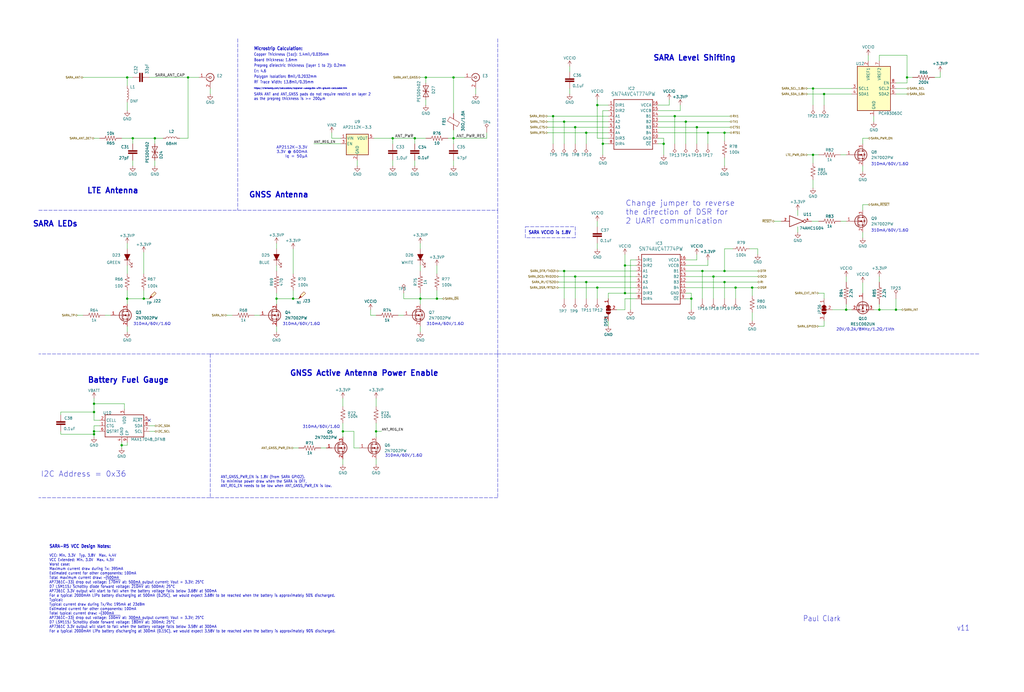
<source format=kicad_sch>
(kicad_sch (version 20211123) (generator eeschema)
  (paper "User" 470.306 317.906)
  (junction (at 58.42 137.16))
  (junction (at 314.96 55.88))
  (junction (at 332.74 129.54))
  (junction (at 208.28 63.5))
  (junction (at 327.66 127))
  (junction (at 195.58 35.56))
  (junction (at 264.16 58.42))
  (junction (at 66.04 137.16))
  (junction (at 322.58 124.46))
  (junction (at 332.74 60.96))
  (junction (at 274.32 132.08))
  (junction (at 190.5 63.5))
  (junction (at 71.12 63.5))
  (junction (at 208.28 35.56))
  (junction (at 55.88 204.47))
  (junction (at 127 137.16))
  (junction (at 259.08 124.46))
  (junction (at 60.96 63.5))
  (junction (at 403.86 142.24))
  (junction (at 411.48 142.24))
  (junction (at 172.72 198.12))
  (junction (at 317.5 137.16))
  (junction (at 180.34 63.5))
  (junction (at 378.46 43.18))
  (junction (at 274.32 48.26))
  (junction (at 309.88 53.34))
  (junction (at 58.42 35.56))
  (junction (at 287.02 134.62))
  (junction (at 373.38 71.12))
  (junction (at 304.8 66.04))
  (junction (at 373.38 40.64))
  (junction (at 134.62 137.16))
  (junction (at 193.04 137.16))
  (junction (at 200.66 137.16))
  (junction (at 269.24 129.54))
  (junction (at 332.74 124.46))
  (junction (at 43.18 199.39))
  (junction (at 388.62 142.24))
  (junction (at 287.02 121.92))
  (junction (at 320.04 58.42))
  (junction (at 264.16 127))
  (junction (at 259.08 55.88))
  (junction (at 325.12 60.96))
  (junction (at 157.48 198.12))
  (junction (at 337.82 132.08))
  (junction (at 43.18 198.12))
  (junction (at 416.56 35.56))
  (junction (at 269.24 60.96))
  (junction (at 43.18 189.23))
  (junction (at 43.18 185.42))
  (junction (at 345.44 132.08))
  (junction (at 254 53.34))
  (junction (at 86.36 35.56))
  (junction (at 276.86 66.04))
  (no_connect (at 68.58 193.04))
  (wire (pts (xy 171.704 63.5) (xy 180.34 63.5)))
  (wire (pts (xy 332.74 60.96) (xy 332.74 64.77)))
  (polyline (pts (xy 228.6 162.56) (xy 228.6 228.6)))
  (wire (pts (xy 264.16 58.42) (xy 251.46 58.42)))
  (wire (pts (xy 127 114.3) (xy 127 111.76)))
  (wire (pts (xy 401.32 53.34) (xy 401.32 55.88)))
  (wire (pts (xy 314.96 121.92) (xy 325.12 121.92)))
  (wire (pts (xy 195.58 48.26) (xy 195.58 45.72)))
  (wire (pts (xy 71.12 76.2) (xy 71.12 73.66)))
  (wire (pts (xy 134.62 114.3) (xy 134.62 125.73)))
  (wire (pts (xy 287.02 121.92) (xy 287.02 116.84)))
  (wire (pts (xy 312.42 50.8) (xy 312.42 48.26)))
  (wire (pts (xy 71.12 66.04) (xy 71.12 63.5)))
  (wire (pts (xy 327.66 127) (xy 347.98 127)))
  (wire (pts (xy 144.145 66.04) (xy 156.464 66.04)))
  (wire (pts (xy 185.42 134.62) (xy 185.42 137.16)))
  (wire (pts (xy 314.96 66.04) (xy 314.96 55.88)))
  (polyline (pts (xy 241.3 104.14) (xy 264.16 104.14)))
  (wire (pts (xy 373.38 40.64) (xy 370.84 40.64)))
  (wire (pts (xy 292.1 127) (xy 264.16 127)))
  (wire (pts (xy 314.96 137.16) (xy 317.5 137.16)))
  (wire (pts (xy 287.02 134.62) (xy 287.02 121.92)))
  (wire (pts (xy 314.96 132.08) (xy 337.82 132.08)))
  (wire (pts (xy 375.92 134.62) (xy 378.46 134.62)))
  (wire (pts (xy 314.96 119.38) (xy 320.04 119.38)))
  (wire (pts (xy 172.72 182.88) (xy 172.72 186.69)))
  (wire (pts (xy 259.08 137.16) (xy 259.08 124.46)))
  (polyline (pts (xy 96.52 228.6) (xy 17.78 228.6)))
  (wire (pts (xy 431.8 35.56) (xy 431.8 33.02)))
  (wire (pts (xy 68.58 35.56) (xy 86.36 35.56)))
  (wire (pts (xy 378.46 147.32) (xy 378.46 149.86)))
  (wire (pts (xy 82.55 63.5) (xy 86.36 63.5)))
  (wire (pts (xy 164.084 73.66) (xy 164.084 76.2)))
  (wire (pts (xy 134.62 137.16) (xy 127 137.16)))
  (wire (pts (xy 276.86 66.04) (xy 276.86 71.12)))
  (wire (pts (xy 378.46 137.16) (xy 378.46 134.62)))
  (wire (pts (xy 274.32 48.26) (xy 274.32 45.72)))
  (wire (pts (xy 172.72 144.78) (xy 170.18 144.78)))
  (wire (pts (xy 190.5 76.2) (xy 190.5 73.66)))
  (wire (pts (xy 314.96 134.62) (xy 317.5 134.62)))
  (wire (pts (xy 378.46 48.26) (xy 378.46 43.18)))
  (wire (pts (xy 396.24 96.52) (xy 396.24 93.98)))
  (wire (pts (xy 332.74 137.16) (xy 332.74 129.54)))
  (polyline (pts (xy 228.6 162.56) (xy 96.52 162.56)))
  (wire (pts (xy 327.66 137.16) (xy 327.66 127)))
  (wire (pts (xy 86.36 63.5) (xy 86.36 35.56)))
  (wire (pts (xy 325.12 66.04) (xy 325.12 60.96)))
  (wire (pts (xy 208.28 63.5) (xy 223.52 63.5)))
  (wire (pts (xy 261.62 33.02) (xy 261.62 30.48)))
  (wire (pts (xy 195.58 38.1) (xy 195.58 35.56)))
  (wire (pts (xy 96.52 40.64) (xy 96.52 43.18)))
  (wire (pts (xy 332.74 129.54) (xy 347.98 129.54)))
  (wire (pts (xy 337.82 132.08) (xy 345.44 132.08)))
  (wire (pts (xy 411.48 142.24) (xy 414.02 142.24)))
  (polyline (pts (xy 109.22 17.78) (xy 109.22 96.52)))
  (wire (pts (xy 388.62 129.54) (xy 388.62 127)))
  (wire (pts (xy 259.08 124.46) (xy 256.54 124.46)))
  (wire (pts (xy 38.1 144.78) (xy 35.56 144.78)))
  (wire (pts (xy 45.72 193.04) (xy 43.18 193.04)))
  (wire (pts (xy 302.26 60.96) (xy 325.12 60.96)))
  (wire (pts (xy 185.42 137.16) (xy 193.04 137.16)))
  (wire (pts (xy 292.1 134.62) (xy 287.02 134.62)))
  (wire (pts (xy 27.94 198.12) (xy 27.94 199.39)))
  (wire (pts (xy 27.94 199.39) (xy 43.18 199.39)))
  (wire (pts (xy 309.88 53.34) (xy 335.28 53.34)))
  (wire (pts (xy 276.86 50.8) (xy 276.86 66.04)))
  (wire (pts (xy 274.32 137.16) (xy 274.32 132.08)))
  (wire (pts (xy 66.04 133.35) (xy 66.04 137.16)))
  (wire (pts (xy 411.48 40.64) (xy 416.56 40.64)))
  (wire (pts (xy 302.26 48.26) (xy 307.34 48.26)))
  (wire (pts (xy 27.94 189.23) (xy 43.18 189.23)))
  (wire (pts (xy 27.94 190.5) (xy 27.94 189.23)))
  (wire (pts (xy 403.86 25.4) (xy 416.56 25.4)))
  (wire (pts (xy 403.86 27.94) (xy 403.86 25.4)))
  (wire (pts (xy 416.56 25.4) (xy 416.56 35.56)))
  (wire (pts (xy 58.42 133.35) (xy 58.42 137.16)))
  (wire (pts (xy 320.04 66.04) (xy 320.04 58.42)))
  (wire (pts (xy 411.48 43.18) (xy 416.56 43.18)))
  (wire (pts (xy 137.16 137.16) (xy 134.62 137.16)))
  (wire (pts (xy 373.38 71.12) (xy 370.84 71.12)))
  (wire (pts (xy 279.4 134.62) (xy 287.02 134.62)))
  (wire (pts (xy 58.42 35.56) (xy 58.42 39.37)))
  (wire (pts (xy 309.88 66.04) (xy 309.88 53.34)))
  (wire (pts (xy 429.26 35.56) (xy 431.8 35.56)))
  (wire (pts (xy 66.04 137.16) (xy 58.42 137.16)))
  (wire (pts (xy 172.72 198.12) (xy 175.26 198.12)))
  (wire (pts (xy 152.4 63.5) (xy 152.4 60.96)))
  (wire (pts (xy 60.96 63.5) (xy 60.96 66.04)))
  (wire (pts (xy 264.16 137.16) (xy 264.16 127)))
  (wire (pts (xy 332.74 124.46) (xy 347.98 124.46)))
  (wire (pts (xy 193.04 139.7) (xy 193.04 137.16)))
  (wire (pts (xy 254 53.34) (xy 251.46 53.34)))
  (wire (pts (xy 43.18 185.42) (xy 57.15 185.42)))
  (wire (pts (xy 57.15 187.96) (xy 57.15 185.42)))
  (wire (pts (xy 314.96 129.54) (xy 332.74 129.54)))
  (wire (pts (xy 180.34 76.2) (xy 180.34 73.66)))
  (wire (pts (xy 58.42 35.56) (xy 38.1 35.56)))
  (wire (pts (xy 373.38 48.26) (xy 373.38 40.64)))
  (wire (pts (xy 403.86 142.24) (xy 411.48 142.24)))
  (polyline (pts (xy 96.52 162.56) (xy 17.78 162.56)))
  (wire (pts (xy 396.24 109.22) (xy 396.24 106.68)))
  (wire (pts (xy 396.24 63.5) (xy 398.78 63.5)))
  (wire (pts (xy 398.78 25.4) (xy 398.78 27.94)))
  (wire (pts (xy 292.1 119.38) (xy 289.56 119.38)))
  (wire (pts (xy 320.04 119.38) (xy 320.04 116.84)))
  (wire (pts (xy 279.4 50.8) (xy 276.86 50.8)))
  (polyline (pts (xy 241.3 109.22) (xy 241.3 104.14)))
  (wire (pts (xy 43.18 182.88) (xy 43.18 185.42)))
  (wire (pts (xy 205.74 63.5) (xy 208.28 63.5)))
  (wire (pts (xy 134.62 133.35) (xy 134.62 137.16)))
  (wire (pts (xy 325.12 60.96) (xy 332.74 60.96)))
  (wire (pts (xy 86.36 35.56) (xy 91.44 35.56)))
  (wire (pts (xy 292.1 124.46) (xy 259.08 124.46)))
  (wire (pts (xy 279.4 63.5) (xy 274.32 63.5)))
  (wire (pts (xy 66.04 115.824) (xy 66.04 125.73)))
  (wire (pts (xy 119.38 144.78) (xy 116.84 144.78)))
  (wire (pts (xy 403.86 139.7) (xy 403.86 142.24)))
  (wire (pts (xy 162.56 198.12) (xy 162.56 205.74)))
  (wire (pts (xy 71.12 63.5) (xy 60.96 63.5)))
  (wire (pts (xy 317.5 134.62) (xy 317.5 137.16)))
  (wire (pts (xy 195.58 63.5) (xy 190.5 63.5)))
  (wire (pts (xy 292.1 129.54) (xy 269.24 129.54)))
  (wire (pts (xy 269.24 137.16) (xy 269.24 129.54)))
  (wire (pts (xy 279.4 55.88) (xy 259.08 55.88)))
  (wire (pts (xy 200.66 133.35) (xy 200.66 137.16)))
  (polyline (pts (xy 228.6 228.6) (xy 96.52 228.6)))
  (wire (pts (xy 58.42 139.7) (xy 58.42 137.16)))
  (wire (pts (xy 345.44 143.51) (xy 345.44 147.32)))
  (wire (pts (xy 332.74 60.96) (xy 335.28 60.96)))
  (wire (pts (xy 193.04 152.4) (xy 193.04 149.86)))
  (wire (pts (xy 193.04 137.16) (xy 193.04 134.62)))
  (wire (pts (xy 279.4 58.42) (xy 264.16 58.42)))
  (wire (pts (xy 208.28 35.56) (xy 195.58 35.56)))
  (wire (pts (xy 279.4 66.04) (xy 276.86 66.04)))
  (wire (pts (xy 388.62 101.6) (xy 386.08 101.6)))
  (wire (pts (xy 274.32 63.5) (xy 274.32 48.26)))
  (wire (pts (xy 259.08 66.04) (xy 259.08 55.88)))
  (wire (pts (xy 347.98 114.3) (xy 347.98 116.84)))
  (wire (pts (xy 55.88 203.2) (xy 55.88 204.47)))
  (wire (pts (xy 55.88 204.47) (xy 55.88 205.74)))
  (wire (pts (xy 279.4 53.34) (xy 254 53.34)))
  (wire (pts (xy 396.24 129.794) (xy 396.24 134.62)))
  (wire (pts (xy 223.52 60.96) (xy 223.52 63.5)))
  (wire (pts (xy 127 139.7) (xy 127 137.16)))
  (polyline (pts (xy 228.6 17.78) (xy 228.6 96.52)))
  (wire (pts (xy 274.32 104.14) (xy 274.32 101.6)))
  (wire (pts (xy 382.27 142.24) (xy 388.62 142.24)))
  (wire (pts (xy 302.26 53.34) (xy 309.88 53.34)))
  (wire (pts (xy 283.21 142.24) (xy 287.02 142.24)))
  (wire (pts (xy 325.12 121.92) (xy 325.12 119.38)))
  (wire (pts (xy 193.04 137.16) (xy 200.66 137.16)))
  (wire (pts (xy 127 137.16) (xy 127 134.62)))
  (wire (pts (xy 58.42 46.99) (xy 58.42 50.8)))
  (wire (pts (xy 185.42 144.78) (xy 182.88 144.78)))
  (wire (pts (xy 172.72 210.82) (xy 172.72 213.36)))
  (wire (pts (xy 269.24 60.96) (xy 251.46 60.96)))
  (wire (pts (xy 149.86 205.74) (xy 147.32 205.74)))
  (wire (pts (xy 190.5 63.5) (xy 180.34 63.5)))
  (wire (pts (xy 366.395 106.68) (xy 366.395 104.14)))
  (wire (pts (xy 322.58 124.46) (xy 332.74 124.46)))
  (wire (pts (xy 180.34 63.5) (xy 180.34 66.04)))
  (wire (pts (xy 172.72 194.31) (xy 172.72 198.12)))
  (wire (pts (xy 68.58 137.16) (xy 66.04 137.16)))
  (wire (pts (xy 355.6 101.6) (xy 358.775 101.6)))
  (wire (pts (xy 332.74 114.3) (xy 332.74 124.46)))
  (wire (pts (xy 345.44 132.08) (xy 347.98 132.08)))
  (wire (pts (xy 45.72 63.5) (xy 43.18 63.5)))
  (wire (pts (xy 375.92 71.12) (xy 373.38 71.12)))
  (wire (pts (xy 68.58 198.12) (xy 71.12 198.12)))
  (wire (pts (xy 320.04 58.42) (xy 335.28 58.42)))
  (wire (pts (xy 378.46 149.86) (xy 375.92 149.86)))
  (wire (pts (xy 307.34 45.72) (xy 307.34 48.26)))
  (wire (pts (xy 411.48 137.16) (xy 411.48 142.24)))
  (wire (pts (xy 269.24 129.54) (xy 256.54 129.54)))
  (wire (pts (xy 401.32 142.24) (xy 403.86 142.24)))
  (wire (pts (xy 314.96 127) (xy 327.66 127)))
  (polyline (pts (xy 264.16 109.22) (xy 241.3 109.22)))
  (wire (pts (xy 322.58 137.16) (xy 322.58 124.46)))
  (wire (pts (xy 332.74 114.3) (xy 336.55 114.3)))
  (wire (pts (xy 274.32 114.3) (xy 274.32 111.76)))
  (wire (pts (xy 378.46 43.18) (xy 391.16 43.18)))
  (wire (pts (xy 264.16 127) (xy 256.54 127)))
  (wire (pts (xy 152.4 63.5) (xy 156.464 63.5)))
  (polyline (pts (xy 96.52 162.56) (xy 96.52 228.6)))
  (wire (pts (xy 304.8 71.12) (xy 304.8 66.04)))
  (wire (pts (xy 269.24 66.04) (xy 269.24 60.96)))
  (wire (pts (xy 378.46 43.18) (xy 370.84 43.18)))
  (wire (pts (xy 279.4 60.96) (xy 269.24 60.96)))
  (wire (pts (xy 388.62 139.7) (xy 388.62 142.24)))
  (wire (pts (xy 373.38 82.55) (xy 373.38 86.36)))
  (wire (pts (xy 314.96 124.46) (xy 322.58 124.46)))
  (wire (pts (xy 172.72 200.66) (xy 172.72 198.12)))
  (wire (pts (xy 337.82 137.16) (xy 337.82 132.08)))
  (wire (pts (xy 289.56 119.38) (xy 289.56 142.24)))
  (wire (pts (xy 195.58 35.56) (xy 193.04 35.56)))
  (wire (pts (xy 60.96 35.56) (xy 58.42 35.56)))
  (wire (pts (xy 157.48 210.82) (xy 157.48 213.36)))
  (wire (pts (xy 50.8 144.78) (xy 48.26 144.78)))
  (wire (pts (xy 208.28 35.56) (xy 208.28 52.07)))
  (wire (pts (xy 373.38 71.12) (xy 373.38 74.93)))
  (wire (pts (xy 208.28 76.2) (xy 208.28 73.66)))
  (wire (pts (xy 411.48 38.1) (xy 416.56 38.1)))
  (wire (pts (xy 416.56 35.56) (xy 419.1 35.56)))
  (wire (pts (xy 279.4 137.16) (xy 279.4 134.62)))
  (wire (pts (xy 208.28 66.04) (xy 208.28 63.5)))
  (polyline (pts (xy 449.58 162.56) (xy 228.6 162.56)))
  (wire (pts (xy 43.18 195.58) (xy 43.18 198.12)))
  (wire (pts (xy 372.745 101.6) (xy 375.92 101.6)))
  (wire (pts (xy 55.88 204.47) (xy 58.42 204.47)))
  (wire (pts (xy 58.42 203.2) (xy 58.42 204.47)))
  (wire (pts (xy 43.18 198.12) (xy 43.18 199.39)))
  (wire (pts (xy 43.18 199.39) (xy 43.18 200.66)))
  (polyline (pts (xy 17.78 96.52) (xy 228.6 96.52)))
  (wire (pts (xy 157.48 198.12) (xy 162.56 198.12)))
  (wire (pts (xy 279.4 147.32) (xy 279.4 149.86)))
  (wire (pts (xy 58.42 152.4) (xy 58.42 149.86)))
  (wire (pts (xy 213.36 35.56) (xy 208.28 35.56)))
  (wire (pts (xy 403.86 129.54) (xy 403.86 127)))
  (wire (pts (xy 193.04 114.3) (xy 193.04 111.76)))
  (wire (pts (xy 200.66 137.16) (xy 203.2 137.16)))
  (wire (pts (xy 304.8 66.04) (xy 302.26 66.04)))
  (wire (pts (xy 71.12 63.5) (xy 74.93 63.5)))
  (wire (pts (xy 127 152.4) (xy 127 149.86)))
  (wire (pts (xy 55.88 63.5) (xy 60.96 63.5)))
  (wire (pts (xy 208.28 59.69) (xy 208.28 63.5)))
  (wire (pts (xy 388.62 142.24) (xy 391.16 142.24)))
  (wire (pts (xy 45.72 198.12) (xy 43.18 198.12)))
  (wire (pts (xy 254 66.04) (xy 254 53.34)))
  (wire (pts (xy 366.395 99.06) (xy 366.395 96.52)))
  (wire (pts (xy 292.1 121.92) (xy 287.02 121.92)))
  (wire (pts (xy 388.62 71.12) (xy 386.08 71.12)))
  (wire (pts (xy 58.42 114.3) (xy 58.42 111.76)))
  (wire (pts (xy 162.56 205.74) (xy 165.1 205.74)))
  (wire (pts (xy 345.44 132.08) (xy 345.44 135.89)))
  (wire (pts (xy 157.48 200.66) (xy 157.48 198.12)))
  (wire (pts (xy 279.4 48.26) (xy 274.32 48.26)))
  (wire (pts (xy 106.68 144.78) (xy 104.14 144.78)))
  (wire (pts (xy 396.24 66.04) (xy 396.24 63.5)))
  (wire (pts (xy 58.42 121.92) (xy 58.42 125.73)))
  (wire (pts (xy 304.8 63.5) (xy 304.8 66.04)))
  (wire (pts (xy 344.17 114.3) (xy 347.98 114.3)))
  (wire (pts (xy 302.26 55.88) (xy 314.96 55.88)))
  (wire (pts (xy 127 124.46) (xy 127 121.92)))
  (wire (pts (xy 170.18 144.78) (xy 170.18 142.24)))
  (wire (pts (xy 292.1 132.08) (xy 274.32 132.08)))
  (wire (pts (xy 157.48 182.88) (xy 157.48 186.69)))
  (wire (pts (xy 261.62 43.18) (xy 261.62 40.64)))
  (wire (pts (xy 190.5 66.04) (xy 190.5 63.5)))
  (wire (pts (xy 264.16 66.04) (xy 264.16 58.42)))
  (wire (pts (xy 218.44 40.64) (xy 218.44 43.18)))
  (polyline (pts (xy 264.16 104.14) (xy 264.16 109.22)))
  (wire (pts (xy 200.66 121.92) (xy 200.66 125.73)))
  (wire (pts (xy 157.48 194.31) (xy 157.48 198.12)))
  (wire (pts (xy 302.26 63.5) (xy 304.8 63.5)))
  (wire (pts (xy 396.24 93.98) (xy 398.78 93.98)))
  (polyline (pts (xy 228.6 96.52) (xy 228.6 162.56)))
  (wire (pts (xy 287.02 137.16) (xy 292.1 137.16)))
  (wire (pts (xy 137.16 205.74) (xy 134.62 205.74)))
  (wire (pts (xy 45.72 195.58) (xy 43.18 195.58)))
  (wire (pts (xy 259.08 55.88) (xy 251.46 55.88)))
  (wire (pts (xy 193.04 124.46) (xy 193.04 121.92)))
  (wire (pts (xy 373.38 40.64) (xy 391.16 40.64)))
  (wire (pts (xy 314.96 55.88) (xy 335.28 55.88)))
  (wire (pts (xy 302.26 58.42) (xy 320.04 58.42)))
  (wire (pts (xy 274.32 132.08) (xy 256.54 132.08)))
  (wire (pts (xy 302.26 50.8) (xy 312.42 50.8)))
  (wire (pts (xy 317.5 137.16) (xy 317.5 142.24)))
  (wire (pts (xy 287.02 142.24) (xy 287.02 137.16)))
  (wire (pts (xy 416.56 38.1) (xy 416.56 35.56)))
  (wire (pts (xy 396.24 78.74) (xy 396.24 76.2)))
  (wire (pts (xy 332.74 72.39) (xy 332.74 76.2)))
  (wire (pts (xy 68.58 195.58) (xy 71.12 195.58)))
  (wire (pts (xy 43.18 185.42) (xy 43.18 189.23)))
  (wire (pts (xy 43.18 189.23) (xy 43.18 193.04)))
  (wire (pts (xy 60.96 76.2) (xy 60.96 73.66)))
  (text "I2C Address = 0x36" (at 58.039 219.329 180) (effects (font (size 2.54 2.54)) (justify right bottom)))
  (text "310mA/60V/1.6Ω" (at 61.214 149.606 0) (effects (font (size 1.27 1.27)) (justify left bottom)))
  (text "Microstrip Calculation:" (at 116.586 23.368 180) (effects (font (size 1.524 1.2954) (thickness 0.2591) bold) (justify left bottom)))
  (text "310mA/60V/1.6Ω" (at 129.794 149.606 0) (effects (font (size 1.27 1.27)) (justify left bottom)))
  (text "Change jumper to reverse\nthe direction of DSR for\n2 UART communication" (at 287.274 103.124 0) (effects (font (size 2.54 2.54)) (justify left bottom)))
  (text "v11" (at 439.42 290.068 180) (effects (font (size 2.54 2.159)) (justify left bottom)))
  (text "SARA-R5 VCC Design Notes:" (at 22.606 251.968 180) (effects (font (size 1.524 1.2954) (thickness 0.2591) bold) (justify left bottom)))
  (text "Prepreg dielectric thickness (layer 1 to 2): 0.2mm" (at 116.586 30.988 0) (effects (font (size 1.27 1.0795)) (justify left bottom)))
  (text "SARA VCCIO is 1.8V" (at 262.255 107.823 180) (effects (font (size 1.524 1.2954) (thickness 0.2591) bold) (justify right bottom)))
  (text "Paul Clark" (at 368.808 285.75 180) (effects (font (size 2.54 2.159)) (justify left bottom)))
  (text "Copper Thickness (1oz): 1.4mil/0.035mm" (at 116.586 25.908 180) (effects (font (size 1.27 1.0795)) (justify left bottom)))
  (text "" (at 45.72 35.56 180) (effects (font (size 2.54 2.159)) (justify left bottom)))
  (text "310mA/60V/1.6Ω" (at 138.938 196.85 0) (effects (font (size 1.27 1.27)) (justify left bottom)))
  (text "LTE Antenna" (at 63.754 89.154 180) (effects (font (size 2.54 2.54) (thickness 0.508) bold) (justify right bottom)))
  (text "20V/0.2A/8MHz/1.2Ω/1Vth" (at 384.048 152.146 0) (effects (font (size 1.27 1.27)) (justify left bottom)))
  (text "310mA/60V/1.6Ω" (at 176.784 210.058 0) (effects (font (size 1.27 1.27)) (justify left bottom)))
  (text "GNSS Antenna" (at 141.859 91.059 180) (effects (font (size 2.54 2.54) (thickness 0.508) bold) (justify right bottom)))
  (text "VCC: Min. 3.3V  Typ. 3.8V  Max. 4.4V\nVCC Extended: Min. 3.0V  Max. 4.5V\nWorst case:\nMaximum current draw during Tx: 395mA\nEstimated current for other components: 100mA\nTotal maximum current draw: ~{500mA\nAP7361C-33} drop out voltage: ~{170mV} at: 500mA output current; Vout = 3.3V; 25°C\nD7 LSM115J Schottky diode forward voltage: ~{210mV} at: 500mA; 25°C\nAP7361C 3.3V output will start to fall when the battery voltage falls below 3.68V at 500mA\nFor a typical 2000mAh LiPo battery discharging at 500mA (0.25C), we would expect 3.68V to be reached when the battery is approximately 50% discharged.\nTypical:\nTypical current draw during Tx/Rx: 195mA at 23dBm\nEstimated current for other components: 100mA\nTotal typical current draw: ~{300mA\nAP7361C-33} drop out voltage: ~{100mV} at: 300mA output current; Vout = 3.3V; 25°C\nD7 LSM115J Schottky diode forward voltage: ~{180mV} at: 300mA; 25°C\nAP7361C 3.3V output will start to fall when the battery voltage falls below 3.58V at 300mA\nFor a typical 2000mAH LiPo battery discharging at 300mA (0.15C), we would expect 3.58V to be reached when the battery is approximately 90% discharged." (at 22.606 254.508 0) (effects (font (size 1.27 1.0795)) (justify left top)))
  (text "310mA/60V/1.6Ω" (at 400.05 106.68 0) (effects (font (size 1.27 1.27)) (justify left bottom)))
  (text "Board thickness: 1.6mm" (at 116.586 28.448 180) (effects (font (size 1.27 1.0795)) (justify left bottom)))
  (text "Polygon Isolation: 8mil/0.2032mm" (at 116.586 36.068 180) (effects (font (size 1.27 1.0795)) (justify left bottom)))
  (text "SARA LEDs" (at 35.814 104.394 180) (effects (font (size 2.54 2.54) (thickness 0.508) bold) (justify right bottom)))
  (text "310mA/60V/1.6Ω" (at 195.834 149.606 0) (effects (font (size 1.27 1.27)) (justify left bottom)))
  (text "SARA Level Shifting" (at 338.074 28.194 180) (effects (font (size 2.54 2.54) (thickness 0.508) bold) (justify right bottom)))
  (text "" (at 73.66 35.56 180) (effects (font (size 2.54 2.159)) (justify left bottom)))
  (text "Er: 4.6" (at 116.586 33.528 180) (effects (font (size 1.27 1.0795)) (justify left bottom)))
  (text "Battery Fuel Gauge" (at 77.724 176.149 180) (effects (font (size 2.54 2.54) (thickness 0.508) bold) (justify right bottom)))
  (text "310mA/60V/1.6Ω" (at 400.05 76.2 0) (effects (font (size 1.27 1.27)) (justify left bottom)))
  (text "GNSS Active Antenna Power Enable" (at 201.549 172.974 180) (effects (font (size 2.54 2.54) (thickness 0.508) bold) (justify right bottom)))
  (text "RF Trace Width: 13.8mil/0.35mm" (at 116.586 38.608 180) (effects (font (size 1.27 1.0795)) (justify left bottom)))
  (text "" (at 198.12 35.56 180) (effects (font (size 2.54 2.159)) (justify left bottom)))
  (text "SARA ANT and ANT_GNSS pads do not require restrict on layer 2\nas the prepreg thickness is >= 200µm" (at 116.586 46.228 0) (effects (font (size 1.27 1.0795)) (justify left bottom)))
  (text "AP2112K-3.3V\n3.3V @ 600mA\nIq = 50µA" (at 141.224 72.644 180) (effects (font (size 1.27 1.27)) (justify right bottom)))
  (text "ANT_GNSS_PWR_EN is 1.8V (from SARA GPIO2).\nTo minimise power draw when the SARA is OFF,\nANT_REG_EN needs to be low when ANT_GNSS_PWR_EN is low." (at 101.346 224.028 0) (effects (font (size 1.27 1.0795)) (justify left bottom)))
  (text "https://chemandy.com/calculators/coplanar-waveguide-with-ground-calculator.htm" (at 116.586 41.148 0) (effects (font (size 0.762 0.6477)) (justify left bottom)))
  (label "SARA_ANT_CAP" (at 71.12 35.56 0))
  (label "ANT_PWR" (at 181.356 63.5 0))
  (label "ANT_REG_EN" (at 175.26 198.12 0) (effects (font (size 1.0795 1.0795))))
  (label "ANT_REG_EN" (at 144.145 66.04 0) (effects (font (size 1.0795 1.0795))))
  (label "ANT_PWR_RES" (at 209.55 63.5 0))
  (hierarchical_label "DCD" (shape bidirectional) (at 347.98 127 0) (effects (font (size 0.9525 0.9525))))
  (hierarchical_label "SARA_ANT_GNSS" (shape bidirectional) (at 193.04 35.56 180) (effects (font (size 0.9525 0.9525))))
  (hierarchical_label "SARA_SDA_1.8V" (shape bidirectional) (at 370.84 43.18 180) (effects (font (size 0.9525 0.9525))))
  (hierarchical_label "SARA_TXD" (shape bidirectional) (at 251.46 55.88 180) (effects (font (size 0.9525 0.9525))))
  (hierarchical_label "SARA_DCD{slash}RXD2O" (shape bidirectional) (at 256.54 127 180) (effects (font (size 0.9525 0.9525))))
  (hierarchical_label "TX1" (shape bidirectional) (at 335.28 55.88 0) (effects (font (size 0.9525 0.9525))))
  (hierarchical_label "I2C_SDA" (shape bidirectional) (at 71.12 195.58 0) (effects (font (size 0.9525 0.9525))))
  (hierarchical_label "LTE_PWR_ON" (shape bidirectional) (at 370.84 71.12 180) (effects (font (size 0.9525 0.9525))))
  (hierarchical_label "SARA_CTS" (shape bidirectional) (at 251.46 58.42 180) (effects (font (size 0.9525 0.9525))))
  (hierarchical_label "SARA_PWR_ON" (shape bidirectional) (at 398.78 63.5 0) (effects (font (size 0.9525 0.9525))))
  (hierarchical_label "SARA_SCL" (shape bidirectional) (at 416.56 40.64 0) (effects (font (size 0.9525 0.9525))))
  (hierarchical_label "SARA_DSR{slash}RTS2I" (shape bidirectional) (at 256.54 132.08 180) (effects (font (size 0.9525 0.9525))))
  (hierarchical_label "RI" (shape bidirectional) (at 347.98 129.54 0) (effects (font (size 0.9525 0.9525))))
  (hierarchical_label "SARA_GPIO3" (shape bidirectional) (at 375.92 149.86 180) (effects (font (size 0.9525 0.9525))))
  (hierarchical_label "DSR" (shape bidirectional) (at 347.98 132.08 0) (effects (font (size 0.9525 0.9525))))
  (hierarchical_label "RTS1" (shape bidirectional) (at 335.28 60.96 0) (effects (font (size 0.9525 0.9525))))
  (hierarchical_label "SARA_ANT" (shape bidirectional) (at 38.1 35.56 180) (effects (font (size 0.9525 0.9525))))
  (hierarchical_label "SARA_TP" (shape bidirectional) (at 35.56 144.78 180) (effects (font (size 0.9525 0.9525))))
  (hierarchical_label "SARA_ANT_DET" (shape bidirectional) (at 43.18 63.5 180) (effects (font (size 0.9525 0.9525))))
  (hierarchical_label "ANT_GNSS_PWR_EN" (shape bidirectional) (at 134.62 205.74 180) (effects (font (size 0.9525 0.9525))))
  (hierarchical_label "SARA_~{RESET}" (shape bidirectional) (at 398.78 93.98 0) (effects (font (size 0.9525 0.9525))))
  (hierarchical_label "SARA_SCL_1.8V" (shape bidirectional) (at 370.84 40.64 180) (effects (font (size 0.9525 0.9525))))
  (hierarchical_label "SARA_RXD" (shape bidirectional) (at 251.46 53.34 180) (effects (font (size 0.9525 0.9525))))
  (hierarchical_label "SARA_DTR{slash}TXD2I" (shape bidirectional) (at 256.54 124.46 180) (effects (font (size 0.9525 0.9525))))
  (hierarchical_label "SARA_EXT_INT" (shape bidirectional) (at 375.92 134.62 180) (effects (font (size 0.9525 0.9525))))
  (hierarchical_label "RX1" (shape bidirectional) (at 335.28 53.34 0) (effects (font (size 0.9525 0.9525))))
  (hierarchical_label "SARA_RI{slash}CTS2O" (shape bidirectional) (at 256.54 129.54 180) (effects (font (size 0.9525 0.9525))))
  (hierarchical_label "SARA_~{ON}" (shape bidirectional) (at 203.2 137.16 0) (effects (font (size 0.9525 0.9525))))
  (hierarchical_label "DTR" (shape bidirectional) (at 347.98 124.46 0) (effects (font (size 0.9525 0.9525))))
  (hierarchical_label "SARA_INT" (shape bidirectional) (at 414.02 142.24 0) (effects (font (size 0.9525 0.9525))))
  (hierarchical_label "CTS1" (shape bidirectional) (at 335.28 58.42 0) (effects (font (size 0.9525 0.9525))))
  (hierarchical_label "SARA_SDA" (shape bidirectional) (at 416.56 43.18 0) (effects (font (size 0.9525 0.9525))))
  (hierarchical_label "~{RESET}" (shape bidirectional) (at 355.6 101.6 180) (effects (font (size 0.9525 0.9525))))
  (hierarchical_label "I2C_SCL" (shape bidirectional) (at 71.12 198.12 0) (effects (font (size 0.9525 0.9525))))
  (hierarchical_label "SARA_NI" (shape bidirectional) (at 104.14 144.78 180) (effects (font (size 0.9525 0.9525))))
  (hierarchical_label "SARA_RTS" (shape bidirectional) (at 251.46 60.96 180) (effects (font (size 0.9525 0.9525))))
  (symbol (lib_id "power:GND") (at 396.24 109.22 0) (unit 1)
    (property "Reference" "#PWR0192" (effects hide))
    (property "Value" "GND" (at 396.24 113.03 0))
  )
  (symbol (lib_id "DASADSTL:SN74AVC4T774PW") (at 302.26 127 0) (unit 1)
    (property "Reference" "IC3" (at 300.99 111.76 0) (effects (justify left)))
    (property "Value" "SN74AVC4T774PW" (at 303.53 114.3 0) (effects (font (size 1.778 1.5113))))
    (property "Footprint" "Package_SO:TSSOP-16_4.4x5mm_P0.65mm" (effects hide))
    (property "Datasheet" "https://www.ti.com/lit/gpn/sn74avc4t774" (effects hide))
  )
  (symbol (lib_id "Connector:TestPoint_Alt") (at 373.38 48.26 180) (unit 1)
    (property "Reference" "TP21" (at 375.666 52.578 0) (effects (justify left bottom)))
    (property "Value" "TEST-POINT3" (effects hide))
    (property "Footprint" "TestPoint:TestPoint_THTPad_1.0x1.0mm_Drill0.5mm" (effects hide))
  )
  (symbol (lib_id "MicroMod_Asset_Tracker-eagle-import:47PF-0603-50V-5%") (at 208.28 71.12 0) (unit 1)
    (property "Reference" "C35" (at 209.804 68.199 0) (effects (justify left bottom)))
    (property "Value" "47pF" (at 209.804 73.279 0) (effects (justify left bottom)))
    (property "Footprint" "Capacitor_SMD:C_0603_1608Metric_Pad1.08x0.95mm_HandSolder" (effects hide))
  )
  (symbol (lib_id "power:GND") (at 332.74 76.2 0) (unit 1)
    (property "Reference" "#PWR0188" (effects hide))
    (property "Value" "GND" (at 332.74 80.01 0))
  )
  (symbol (lib_id "power:+3.3VP") (at 172.72 182.88 0) (unit 1)
    (property "Reference" "#SUPPLY0148" (effects hide))
    (property "Value" "+3.3VP" (at 172.72 179.07 0))
  )
  (symbol (lib_id "power:+3.3VP") (at 193.04 111.76 0) (unit 1)
    (property "Reference" "#SUPPLY0143" (effects hide))
    (property "Value" "+3.3VP" (at 193.04 107.95 0))
  )
  (symbol (lib_id "Connector:TestPoint_Alt") (at 320.04 66.04 180) (unit 1)
    (property "Reference" "TP15" (at 322.326 70.612 0) (effects (justify left bottom)))
    (property "Value" "TEST-POINT3" (effects hide))
    (property "Footprint" "TestPoint:TestPoint_THTPad_1.0x1.0mm_Drill0.5mm" (effects hide))
  )
  (symbol (lib_id "DASADSTL:VCCIO") (at 398.78 25.4 0) (unit 1)
    (property "Reference" "#SUPPLY0164" (effects hide))
    (property "Value" "VCCIO" (at 398.78 21.59 0))
  )
  (symbol (lib_id "power:+3.3VP") (at 127 111.76 0) (unit 1)
    (property "Reference" "#SUPPLY0144" (effects hide))
    (property "Value" "+3.3VP" (at 127 107.95 0))
  )
  (symbol (lib_id "Device:R_US") (at 345.44 139.7 180) (unit 1)
    (property "Reference" "R80" (at 349.504 137.668 0) (effects (justify bottom)))
    (property "Value" "100k" (at 349.758 141.732 0) (effects (justify top)))
    (property "Footprint" "Resistor_SMD:R_0603_1608Metric_Pad0.98x0.95mm_HandSolder" (effects hide))
  )
  (symbol (lib_id "power:+3.3VP") (at 431.8 33.02 0) (unit 1)
    (property "Reference" "#SUPPLY0166" (effects hide))
    (property "Value" "+3.3VP" (at 431.8 29.21 0))
  )
  (symbol (lib_id "Connector:TestPoint_Alt") (at 314.96 66.04 180) (unit 1)
    (property "Reference" "TP14" (at 317.246 70.612 0) (effects (justify left bottom)))
    (property "Value" "TEST-POINT3" (effects hide))
    (property "Footprint" "TestPoint:TestPoint_THTPad_1.0x1.0mm_Drill0.5mm" (effects hide))
  )
  (symbol (lib_id "power:GND") (at 261.62 43.18 0) (unit 1)
    (property "Reference" "#PWR0183" (effects hide))
    (property "Value" "GND" (at 261.62 46.99 0))
  )
  (symbol (lib_id "power:GND") (at 180.34 76.2 0) (unit 1)
    (property "Reference" "#PWR0180" (effects hide))
    (property "Value" "GND" (at 180.34 80.01 0))
  )
  (symbol (lib_id "power:GND") (at 304.8 71.12 0) (unit 1)
    (property "Reference" "#PWR0187" (effects hide))
    (property "Value" "GND" (at 304.8 74.93 0))
  )
  (symbol (lib_id "Device:LED_Filled") (at 127 118.11 90) (unit 1)
    (property "Reference" "D25" (at 123.952 116.459 90) (effects (justify left bottom)))
    (property "Value" "BLUE" (at 123.952 121.285 90) (effects (justify left top)))
    (property "Footprint" "LED_SMD:LED_0603_1608Metric_Pad1.05x0.95mm_HandSolder" (effects hide))
  )
  (symbol (lib_id "power:GND") (at 195.58 48.26 0) (unit 1)
    (property "Reference" "#PWR0177" (effects hide))
    (property "Value" "GND" (at 195.58 52.07 0))
  )
  (symbol (lib_id "DASADSTL:VIN2") (at 152.4 60.96 0) (unit 1)
    (property "Reference" "#SUPPLY0151" (effects hide))
    (property "Value" "VIN2" (at 152.4 58.166 0) (effects (justify bottom)))
  )
  (symbol (lib_id "Transistor_FET:2N7002") (at 170.18 205.74 0) (unit 1)
    (property "Reference" "Q6" (at 176.53 204.4699 0) (effects (justify left)))
    (property "Value" "2N7002PW" (at 176.53 207.0099 0) (effects (justify left)))
    (property "Footprint" "Package_TO_SOT_SMD:SOT-323_SC-70" (effects hide))
    (property "Datasheet" "https://www.onsemi.com/pub/Collateral/NDS7002A-D.PDF" (effects hide))
  )
  (symbol (lib_id "Jumper:SolderJumper_3_Bridged12") (at 279.4 142.24 90) (mirror x) (unit 1)
    (property "Reference" "DSR1" (at 279.019 144.78 0) (effects (justify left bottom)))
    (property "Value" "JUMPER-SMT_3_1-NC_TRACE_SILK" (effects hide))
    (property "Footprint" "Jumper:SolderJumper-3_P1.3mm_Bridged12_RoundedPad1.0x1.5mm" (effects hide))
  )
  (symbol (lib_id "Device:R_US") (at 172.72 190.5 0) (unit 1)
    (property "Reference" "R73" (at 176.784 190.5 0) (effects (justify bottom)))
    (property "Value" "100k" (at 177.292 190.5 0) (effects (justify top)))
    (property "Footprint" "Resistor_SMD:R_0603_1608Metric_Pad0.98x0.95mm_HandSolder" (effects hide))
  )
  (symbol (lib_id "Connector:TestPoint_Alt") (at 264.16 66.04 180) (unit 1)
    (property "Reference" "TP8" (at 266.192 70.358 0) (effects (justify left bottom)))
    (property "Value" "TEST-POINT3" (effects hide))
    (property "Footprint" "TestPoint:TestPoint_THTPad_1.0x1.0mm_Drill0.5mm" (effects hide))
  )
  (symbol (lib_id "Regulator_Linear:AP2112K-3.3") (at 164.084 66.04 0) (unit 1)
    (property "Reference" "U9" (at 164.084 55.88 0))
    (property "Value" "AP2112K-3.3" (at 164.084 58.42 0))
    (property "Footprint" "Package_TO_SOT_SMD:SOT-23-5" (effects hide))
    (property "Datasheet" "https://www.diodes.com/assets/Datasheets/AP2112.pdf" (effects hide))
  )
  (symbol (lib_id "power:GND") (at 71.12 76.2 0) (unit 1)
    (property "Reference" "#PWR0174" (effects hide))
    (property "Value" "GND" (at 71.12 80.01 0))
  )
  (symbol (lib_id "power:GND") (at 289.56 142.24 0) (unit 1)
    (property "Reference" "#PWR0185" (effects hide))
    (property "Value" "GND" (at 289.56 146.05 0))
  )
  (symbol (lib_id "Diode:SD12_SOD323") (at 71.12 69.85 270) (unit 1)
    (property "Reference" "D24" (at 73.279 69.215 0) (effects (justify left bottom)))
    (property "Value" "PESD0402" (at 68.326 65.024 0) (effects (justify left top)))
    (property "Footprint" "Diode_SMD:D_SOD-323" (effects hide))
    (property "Datasheet" "https://www.littelfuse.com/~/media/electronics/datasheets/tvs_diode_arrays/littelfuse_tvs_diode_array_sd_c_datasheet.pdf.pdf" (effects hide))
  )
  (symbol (lib_id "MicroMod_Asset_Tracker-eagle-import:0.1UF-0603-25V-(+80{slash}-20%)") (at 190.5 71.12 0) (mirror y) (unit 1)
    (property "Reference" "C34" (at 192.024 68.326 0) (effects (justify right bottom)))
    (property "Value" "0.1uF" (at 191.77 73.152 0) (effects (justify right bottom)))
    (property "Footprint" "Capacitor_SMD:C_0603_1608Metric_Pad1.08x0.95mm_HandSolder" (effects hide))
  )
  (symbol (lib_id "Connector:Conn_Coaxial") (at 96.52 35.56 0) (unit 1)
    (property "Reference" "E2" (at 99.568 35.56 0) (effects (justify left bottom)))
    (property "Value" "60312002114503" (effects hide))
    (property "Footprint" "Connector_Coaxial:SMA_Wurth_60312002114503_Vertical" (effects hide))
    (property "Datasheet" " ~" (effects hide))
  )
  (symbol (lib_id "MicroMod_Asset_Tracker-eagle-import:1KOHM-0603-1{slash}10W-1%") (at 177.8 144.78 0) (unit 1)
    (property "Reference" "R74" (at 177.8 143.256 0) (effects (justify bottom)))
    (property "Value" "1k" (at 177.8 146.304 0) (effects (justify top)))
    (property "Footprint" "Resistor_SMD:R_0603_1608Metric_Pad0.98x0.95mm_HandSolder" (effects hide))
  )
  (symbol (lib_id "Connector:TestPoint_Probe") (at 137.16 137.16 0) (unit 1)
    (property "Reference" "J23" (at 138.938 138.938 0) (effects (justify left bottom)))
    (property "Value" "NI" (at 136.144 139.7 0) (effects (justify left bottom)))
    (property "Footprint" "DASADSTL:TestPoint_Keystone_5019_Minature" (effects hide))
  )
  (symbol (lib_id "MicroMod_Asset_Tracker-eagle-import:1KOHM-0603-1{slash}10W-1%") (at 381 71.12 0) (unit 1)
    (property "Reference" "R82" (at 381 69.596 0) (effects (justify bottom)))
    (property "Value" "1k" (at 381 72.644 0) (effects (justify top)))
    (property "Footprint" "Resistor_SMD:R_0603_1608Metric_Pad0.98x0.95mm_HandSolder" (effects hide))
  )
  (symbol (lib_id "Connector:TestPoint_Alt") (at 378.46 48.26 180) (unit 1)
    (property "Reference" "TP22" (at 380.746 52.578 0) (effects (justify left bottom)))
    (property "Value" "TEST-POINT3" (effects hide))
    (property "Footprint" "TestPoint:TestPoint_THTPad_1.0x1.0mm_Drill0.5mm" (effects hide))
  )
  (symbol (lib_id "Connector:TestPoint_Alt") (at 411.48 137.16 0) (unit 1)
    (property "Reference" "TP23" (at 408.94 133.096 0) (effects (justify left bottom)))
    (property "Value" "TEST-POINT3" (effects hide))
    (property "Footprint" "TestPoint:TestPoint_THTPad_1.0x1.0mm_Drill0.5mm" (effects hide))
  )
  (symbol (lib_id "power:GND") (at 396.24 78.74 0) (unit 1)
    (property "Reference" "#PWR0195" (effects hide))
    (property "Value" "GND" (at 396.24 82.55 0))
  )
  (symbol (lib_id "Device:R_US") (at 200.66 129.54 180) (unit 1)
    (property "Reference" "R77" (at 204.724 127.508 0) (effects (justify bottom)))
    (property "Value" "100k" (at 205.232 131.572 0) (effects (justify top)))
    (property "Footprint" "Resistor_SMD:R_0603_1608Metric_Pad0.98x0.95mm_HandSolder" (effects hide))
  )
  (symbol (lib_id "Connector:TestPoint_Alt") (at 325.12 66.04 180) (unit 1)
    (property "Reference" "TP17" (at 327.406 70.612 0) (effects (justify left bottom)))
    (property "Value" "TEST-POINT3" (effects hide))
    (property "Footprint" "TestPoint:TestPoint_THTPad_1.0x1.0mm_Drill0.5mm" (effects hide))
  )
  (symbol (lib_id "Device:R_US") (at 340.36 114.3 90) (unit 1)
    (property "Reference" "R79" (at 340.36 110.744 90) (effects (justify bottom)))
    (property "Value" "100k" (at 340.36 117.856 90) (effects (justify top)))
    (property "Footprint" "Resistor_SMD:R_0603_1608Metric_Pad0.98x0.95mm_HandSolder" (effects hide))
  )
  (symbol (lib_id "Device:R_US") (at 134.62 129.54 180) (unit 1)
    (property "Reference" "R70" (at 138.684 127.508 0) (effects (justify bottom)))
    (property "Value" "100k" (at 139.192 131.572 0) (effects (justify top)))
    (property "Footprint" "Resistor_SMD:R_0603_1608Metric_Pad0.98x0.95mm_HandSolder" (effects hide))
  )
  (symbol (lib_id "power:+3.3VP") (at 403.86 127 0) (unit 1)
    (property "Reference" "#SUPPLY0161" (effects hide))
    (property "Value" "+3.3VP" (at 403.86 123.19 0))
  )
  (symbol (lib_id "MicroMod_Asset_Tracker-eagle-import:1KOHM-0603-1{slash}10W-1%") (at 142.24 205.74 0) (unit 1)
    (property "Reference" "R71" (at 142.24 204.216 0) (effects (justify bottom)))
    (property "Value" "1k" (at 142.24 207.264 0) (effects (justify top)))
    (property "Footprint" "Resistor_SMD:R_0603_1608Metric_Pad0.98x0.95mm_HandSolder" (effects hide))
  )
  (symbol (lib_id "power:GND") (at 127 152.4 0) (unit 1)
    (property "Reference" "#PWR0167" (effects hide))
    (property "Value" "GND" (at 127 156.21 0))
  )
  (symbol (lib_id "MicroMod_Asset_Tracker-eagle-import:2.2KOHM-0603-1{slash}10W-1%") (at 403.86 134.62 90) (unit 1)
    (property "Reference" "R85" (at 402.336 134.62 0) (effects (justify bottom)))
    (property "Value" "2.2k" (at 405.384 134.62 0) (effects (justify top)))
    (property "Footprint" "Resistor_SMD:R_0603_1608Metric_Pad0.98x0.95mm_HandSolder" (effects hide))
  )
  (symbol (lib_id "Connector:TestPoint_Alt") (at 322.58 137.16 180) (unit 1)
    (property "Reference" "TP16" (at 325.12 140.97 0) (effects (justify left bottom)))
    (property "Value" "TEST-POINT3" (effects hide))
    (property "Footprint" "TestPoint:TestPoint_THTPad_1.0x1.0mm_Drill0.5mm" (effects hide))
  )
  (symbol (lib_id "power:GND") (at 55.88 205.74 0) (unit 1)
    (property "Reference" "#PWR0172" (effects hide))
    (property "Value" "GND" (at 55.88 209.55 0))
  )
  (symbol (lib_id "Connector:TestPoint_Alt") (at 185.42 134.62 0) (unit 1)
    (property "Reference" "TP3" (at 182.88 133.35 0) (effects (justify left bottom)))
    (property "Value" "TEST-POINT3" (effects hide))
    (property "Footprint" "TestPoint:TestPoint_THTPad_1.0x1.0mm_Drill0.5mm" (effects hide))
  )
  (symbol (lib_id "power:GND") (at 345.44 147.32 0) (unit 1)
    (property "Reference" "#PWR0190" (effects hide))
    (property "Value" "GND" (at 345.44 151.13 0))
  )
  (symbol (lib_id "Connector:TestPoint_Alt") (at 264.16 137.16 180) (unit 1)
    (property "Reference" "TP9" (at 265.43 142.24 0) (effects (justify left bottom)))
    (property "Value" "TEST-POINT3" (effects hide))
    (property "Footprint" "TestPoint:TestPoint_THTPad_1.0x1.0mm_Drill0.5mm" (effects hide))
  )
  (symbol (lib_id "power:GND") (at 58.42 50.8 0) (unit 1)
    (property "Reference" "#PWR0173" (effects hide))
    (property "Value" "GND" (at 58.42 54.61 0))
  )
  (symbol (lib_id "MicroMod_Asset_Tracker-eagle-import:0.1UF-0603-25V-(+80{slash}-20%)") (at 27.94 195.58 0) (mirror y) (unit 1)
    (property "Reference" "C38" (at 29.464 192.786 0) (effects (justify right bottom)))
    (property "Value" "0.1uF" (at 29.21 197.612 0) (effects (justify right bottom)))
    (property "Footprint" "Capacitor_SMD:C_0603_1608Metric_Pad1.08x0.95mm_HandSolder" (effects hide))
  )
  (symbol (lib_id "power:GND") (at 317.5 142.24 0) (unit 1)
    (property "Reference" "#PWR0196" (effects hide))
    (property "Value" "GND" (at 317.5 146.05 0))
  )
  (symbol (lib_id "DASADSTL:VCCIO") (at 274.32 45.72 0) (unit 1)
    (property "Reference" "#SUPPLY0153" (effects hide))
    (property "Value" "VCCIO" (at 274.32 41.91 0))
  )
  (symbol (lib_id "Connector:TestPoint_Alt") (at 274.32 137.16 180) (unit 1)
    (property "Reference" "TP12" (at 276.86 141.732 0) (effects (justify left bottom)))
    (property "Value" "TEST-POINT3" (effects hide))
    (property "Footprint" "TestPoint:TestPoint_THTPad_1.0x1.0mm_Drill0.5mm" (effects hide))
  )
  (symbol (lib_id "Device:R_US") (at 157.48 190.5 0) (unit 1)
    (property "Reference" "R72" (at 161.544 190.5 0) (effects (justify bottom)))
    (property "Value" "100k" (at 162.052 190.5 0) (effects (justify top)))
    (property "Footprint" "Resistor_SMD:R_0603_1608Metric_Pad0.98x0.95mm_HandSolder" (effects hide))
  )
  (symbol (lib_id "power:GND") (at 157.48 213.36 0) (unit 1)
    (property "Reference" "#PWR0169" (effects hide))
    (property "Value" "GND" (at 157.48 217.17 0))
  )
  (symbol (lib_id "MicroMod_Asset_Tracker-eagle-import:0.1UF-0603-25V-(+80{slash}-20%)") (at 261.62 38.1 0) (mirror y) (unit 1)
    (property "Reference" "C36" (at 263.144 35.306 0) (effects (justify right bottom)))
    (property "Value" "0.1uF" (at 262.89 40.132 0) (effects (justify right bottom)))
    (property "Footprint" "Capacitor_SMD:C_0603_1608Metric_Pad1.08x0.95mm_HandSolder" (effects hide))
  )
  (symbol (lib_id "DASADSTL:VCCIO") (at 287.02 116.84 0) (unit 1)
    (property "Reference" "#SUPPLY0154" (effects hide))
    (property "Value" "VCCIO" (at 287.02 113.03 0))
  )
  (symbol (lib_id "Transistor_FET:2N7002") (at 396.24 139.7 270) (unit 1)
    (property "Reference" "Q10" (at 396.24 146.304 90))
    (property "Value" "RE1C002UN" (at 396.24 148.844 90))
    (property "Footprint" "Package_TO_SOT_SMD:SOT-416" (effects hide))
    (property "Datasheet" "https://fscdn.rohm.com/en/products/databook/datasheet/discrete/transistor/mosfet/re1c002untcl-e.pdf" (effects hide))
  )
  (symbol (lib_id "Connector:TestPoint_Alt") (at 309.88 66.04 180) (unit 1)
    (property "Reference" "TP13" (at 312.166 70.612 0) (effects (justify left bottom)))
    (property "Value" "TEST-POINT3" (effects hide))
    (property "Footprint" "TestPoint:TestPoint_THTPad_1.0x1.0mm_Drill0.5mm" (effects hide))
  )
  (symbol (lib_id "Connector:TestPoint_Alt") (at 254 66.04 180) (unit 1)
    (property "Reference" "TP5" (at 256.032 70.358 0) (effects (justify left bottom)))
    (property "Value" "TEST-POINT3" (effects hide))
    (property "Footprint" "TestPoint:TestPoint_THTPad_1.0x1.0mm_Drill0.5mm" (effects hide))
  )
  (symbol (lib_id "MicroMod_Asset_Tracker-eagle-import:470OHM-0603-1{slash}10W-1%") (at 127 129.54 90) (unit 1)
    (property "Reference" "R69" (at 125.476 129.54 0) (effects (justify bottom)))
    (property "Value" "470" (at 128.524 129.54 0) (effects (justify top)))
    (property "Footprint" "Resistor_SMD:R_0603_1608Metric_Pad0.98x0.95mm_HandSolder" (effects hide))
  )
  (symbol (lib_id "power:GND") (at 58.42 152.4 0) (unit 1)
    (property "Reference" "#PWR0168" (effects hide))
    (property "Value" "GND" (at 58.42 156.21 0))
  )
  (symbol (lib_id "power:GND") (at 43.18 200.66 0) (unit 1)
    (property "Reference" "#PWR0171" (effects hide))
    (property "Value" "GND" (at 43.18 204.47 0))
  )
  (symbol (lib_id "MicroMod_Asset_Tracker-eagle-import:2.2KOHM-0603-1{slash}10W-1%") (at 388.62 134.62 90) (unit 1)
    (property "Reference" "R84" (at 387.096 134.62 0) (effects (justify bottom)))
    (property "Value" "2.2k" (at 390.144 134.62 0) (effects (justify top)))
    (property "Footprint" "Resistor_SMD:R_0603_1608Metric_Pad0.98x0.95mm_HandSolder" (effects hide))
  )
  (symbol (lib_id "power:GND") (at 96.52 43.18 0) (unit 1)
    (property "Reference" "#PWR0176" (effects hide))
    (property "Value" "GND" (at 96.52 46.99 0))
  )
  (symbol (lib_id "MicroMod_Asset_Tracker-eagle-import:0.1UF-0603-25V-(+80{slash}-20%)") (at 274.32 109.22 0) (mirror y) (unit 1)
    (property "Reference" "C37" (at 275.844 106.426 0) (effects (justify right bottom)))
    (property "Value" "0.1uF" (at 275.59 111.252 0) (effects (justify right bottom)))
    (property "Footprint" "Capacitor_SMD:C_0603_1608Metric_Pad1.08x0.95mm_HandSolder" (effects hide))
  )
  (symbol (lib_id "Device:L") (at 58.42 43.18 0) (unit 1)
    (property "Reference" "L1" (at 59.69 40.64 0) (effects (justify left bottom)))
    (property "Value" "DNF" (at 59.69 45.72 0) (effects (justify left top)))
    (property "Footprint" "Inductor_SMD:L_0402_1005Metric_Pad0.77x0.64mm_HandSolder" (effects hide))
  )
  (symbol (lib_id "power:GND") (at 276.86 71.12 0) (unit 1)
    (property "Reference" "#PWR0184" (effects hide))
    (property "Value" "GND" (at 276.86 74.93 0))
  )
  (symbol (lib_id "power:+3.3VP") (at 312.42 48.26 0) (unit 1)
    (property "Reference" "#SUPPLY0157" (effects hide))
    (property "Value" "+3.3VP" (at 312.42 44.45 0))
  )
  (symbol (lib_id "Connector:TestPoint_Alt") (at 223.52 60.96 0) (unit 1)
    (property "Reference" "TP4" (at 221.742 56.896 0) (effects (justify left bottom)))
    (property "Value" "TEST-POINT3" (effects hide))
    (property "Footprint" "TestPoint:TestPoint_THTPad_1.0x1.0mm_Drill0.5mm" (effects hide))
  )
  (symbol (lib_id "DASADSTL:VCCIO") (at 396.24 129.794 0) (unit 1)
    (property "Reference" "#SUPPLY0163" (effects hide))
    (property "Value" "VCCIO" (at 396.24 125.984 0))
  )
  (symbol (lib_id "Device:R_US") (at 66.04 129.54 180) (unit 1)
    (property "Reference" "R67" (at 69.596 127.508 0) (effects (justify bottom)))
    (property "Value" "100k" (at 70.104 132.08 0) (effects (justify top)))
    (property "Footprint" "Resistor_SMD:R_0603_1608Metric_Pad0.98x0.95mm_HandSolder" (effects hide))
  )
  (symbol (lib_id "power:GND") (at 218.44 43.18 0) (unit 1)
    (property "Reference" "#PWR0178" (effects hide))
    (property "Value" "GND" (at 218.44 46.99 0))
  )
  (symbol (lib_id "power:GND") (at 190.5 76.2 0) (unit 1)
    (property "Reference" "#PWR0182" (effects hide))
    (property "Value" "GND" (at 190.5 80.01 0))
  )
  (symbol (lib_id "power:+3.3VP") (at 58.42 111.76 0) (unit 1)
    (property "Reference" "#SUPPLY0150" (effects hide))
    (property "Value" "+3.3VP" (at 58.42 108.204 0))
  )
  (symbol (lib_id "power:GND") (at 164.084 76.2 0) (unit 1)
    (property "Reference" "#PWR0181" (effects hide))
    (property "Value" "GND" (at 164.084 80.01 0))
  )
  (symbol (lib_id "power:GND") (at 208.28 76.2 0) (unit 1)
    (property "Reference" "#PWR0179" (effects hide))
    (property "Value" "GND" (at 208.28 80.01 0))
  )
  (symbol (lib_id "power:GND") (at 401.32 55.88 0) (unit 1)
    (property "Reference" "#PWR0194" (effects hide))
    (property "Value" "GND" (at 401.32 59.69 0))
  )
  (symbol (lib_id "Connector:Conn_Coaxial") (at 218.44 35.56 0) (unit 1)
    (property "Reference" "E3" (at 221.488 35.56 0) (effects (justify left bottom)))
    (property "Value" "60312002114503" (effects hide))
    (property "Footprint" "Connector_Coaxial:SMA_Wurth_60312002114503_Vertical" (effects hide))
    (property "Datasheet" " ~" (effects hide))
  )
  (symbol (lib_id "Jumper:SolderJumper_3_Bridged12") (at 378.46 142.24 90) (mirror x) (unit 1)
    (property "Reference" "JP36" (at 377.063 139.7 0) (effects (justify left bottom)))
    (property "Value" "DNF" (effects hide))
    (property "Footprint" "Jumper:SolderJumper-3_P1.3mm_Bridged12_RoundedPad1.0x1.5mm" (effects hide))
  )
  (symbol (lib_id "Connector:TestPoint_Alt") (at 259.08 137.16 180) (unit 1)
    (property "Reference" "TP7" (at 260.35 142.24 0) (effects (justify left bottom)))
    (property "Value" "TEST-POINT3" (effects hide))
    (property "Footprint" "TestPoint:TestPoint_THTPad_1.0x1.0mm_Drill0.5mm" (effects hide))
  )
  (symbol (lib_id "DASADSTL:VCCIO") (at 307.34 45.72 0) (unit 1)
    (property "Reference" "#SUPPLY0156" (effects hide))
    (property "Value" "VCCIO" (at 307.34 41.91 0))
  )
  (symbol (lib_id "MicroMod_Asset_Tracker-eagle-import:33PF-0402-25V-5%-X7R") (at 66.04 35.56 90) (unit 1)
    (property "Reference" "C32" (at 63.119 34.036 0) (effects (justify left bottom)))
    (property "Value" "33pF" (at 68.199 34.036 0) (effects (justify left bottom)))
    (property "Footprint" "Capacitor_SMD:C_0402_1005Metric_Pad0.74x0.62mm_HandSolder" (effects hide))
  )
  (symbol (lib_id "Device:R_US") (at 332.74 68.58 180) (unit 1)
    (property "Reference" "R78" (at 336.804 66.548 0) (effects (justify bottom)))
    (property "Value" "100k" (at 337.312 70.612 0) (effects (justify top)))
    (property "Footprint" "Resistor_SMD:R_0603_1608Metric_Pad0.98x0.95mm_HandSolder" (effects hide))
  )
  (symbol (lib_id "DASADSTL:VCCIO") (at 274.32 101.6 0) (unit 1)
    (property "Reference" "#SUPPLY0155" (effects hide))
    (property "Value" "VCCIO" (at 274.32 97.79 0))
  )
  (symbol (lib_id "power:GND") (at 193.04 152.4 0) (unit 1)
    (property "Reference" "#PWR0166" (effects hide))
    (property "Value" "GND" (at 193.04 156.21 0))
  )
  (symbol (lib_id "power:+3.3VP") (at 157.48 182.88 0) (unit 1)
    (property "Reference" "#SUPPLY0147" (effects hide))
    (property "Value" "+3.3VP" (at 157.48 179.07 0))
  )
  (symbol (lib_id "power:+3.3VP") (at 325.12 119.38 0) (unit 1)
    (property "Reference" "#SUPPLY0158" (effects hide))
    (property "Value" "+3.3VP" (at 325.12 115.57 0))
  )
  (symbol (lib_id "power:+3.3VP") (at 366.395 96.52 0) (unit 1)
    (property "Reference" "#SUPPLY0165" (effects hide))
    (property "Value" "+3.3VP" (at 366.395 92.71 0))
  )
  (symbol (lib_id "MicroMod_Asset_Tracker-eagle-import:10KOHM-0603-1{slash}10W-1%") (at 50.8 63.5 180) (unit 1)
    (property "Reference" "R65" (at 50.8 65.024 0) (effects (justify bottom)))
    (property "Value" "10k" (at 50.8 61.976 0) (effects (justify top)))
    (property "Footprint" "Resistor_SMD:R_0603_1608Metric_Pad0.98x0.95mm_HandSolder" (effects hide))
  )
  (symbol (lib_id "power:+3.3VP") (at 66.04 115.824 0) (unit 1)
    (property "Reference" "#SUPPLY0149" (effects hide))
    (property "Value" "+3.3VP" (at 66.04 112.268 0))
  )
  (symbol (lib_id "DASADSTL:VCCIO") (at 320.04 116.84 0) (unit 1)
    (property "Reference" "#SUPPLY0159" (effects hide))
    (property "Value" "VCCIO" (at 320.04 113.03 0))
  )
  (symbol (lib_id "MicroMod_Asset_Tracker-eagle-import:1KOHM-0603-1{slash}10W-1%") (at 193.04 129.54 90) (unit 1)
    (property "Reference" "R75" (at 191.516 129.54 0) (effects (justify bottom)))
    (property "Value" "1k" (at 194.564 129.54 0) (effects (justify top)))
    (property "Footprint" "Resistor_SMD:R_0603_1608Metric_Pad0.98x0.95mm_HandSolder" (effects hide))
  )
  (symbol (lib_id "DASADSTL:VCCIO") (at 388.62 127 0) (unit 1)
    (property "Reference" "#SUPPLY0162" (effects hide))
    (property "Value" "VCCIO" (at 388.62 123.19 0))
  )
  (symbol (lib_id "DASADSTL:SN74AVC4T774PW") (at 289.56 55.88 0) (unit 1)
    (property "Reference" "IC2" (at 288.29 40.64 0) (effects (justify left)))
    (property "Value" "SN74AVC4T774PW" (at 290.83 43.18 0) (effects (font (size 1.778 1.5113))))
    (property "Footprint" "Package_SO:TSSOP-16_4.4x5mm_P0.65mm" (effects hide))
    (property "Datasheet" "https://www.ti.com/lit/gpn/sn74avc4t774" (effects hide))
  )
  (symbol (lib_id "power:GND") (at 274.32 114.3 0) (unit 1)
    (property "Reference" "#PWR0186" (effects hide))
    (property "Value" "GND" (at 274.32 118.11 0))
  )
  (symbol (lib_id "power:GND") (at 172.72 213.36 0) (unit 1)
    (property "Reference" "#PWR0170" (effects hide))
    (property "Value" "GND" (at 172.72 217.17 0))
  )
  (symbol (lib_id "Connector:TestPoint_Alt") (at 259.08 66.04 180) (unit 1)
    (property "Reference" "TP6" (at 261.112 70.358 0) (effects (justify left bottom)))
    (property "Value" "TEST-POINT3" (effects hide))
    (property "Footprint" "TestPoint:TestPoint_THTPad_1.0x1.0mm_Drill0.5mm" (effects hide))
  )
  (symbol (lib_id "Device:FerriteBead") (at 208.28 55.88 180) (unit 1)
    (property "Reference" "FB1" (at 203.2 53.848 90) (effects (justify left bottom)))
    (property "Value" "30Ω/1.8A" (at 213.36 50.8 90) (effects (justify left top)))
    (property "Footprint" "Fuse:Fuse_0603_1608Metric_Pad1.05x0.95mm_HandSolder" (effects hide))
  )
  (symbol (lib_id "power:GND") (at 347.98 116.84 0) (unit 1)
    (property "Reference" "#GND0152" (effects hide))
    (property "Value" "GND" (at 347.98 119.634 0) (effects (justify top)))
  )
  (symbol (lib_id "MicroMod_Asset_Tracker-eagle-import:10OHM-0603-1{slash}10W-1%") (at 200.66 63.5 0) (unit 1)
    (property "Reference" "R76" (at 200.66 61.976 0) (effects (justify bottom)))
    (property "Value" "10" (at 200.66 65.024 0) (effects (justify top)))
    (property "Footprint" "Resistor_SMD:R_0603_1608Metric_Pad0.98x0.95mm_HandSolder" (effects hide))
  )
  (symbol (lib_id "power:+3.3VP") (at 134.62 114.3 0) (unit 1)
    (property "Reference" "#SUPPLY0145" (effects hide))
    (property "Value" "+3.3VP" (at 134.62 110.49 0))
  )
  (symbol (lib_id "DASADSTL:MAX17048_DFN8") (at 57.15 194.945 0) (unit 1)
    (property "Reference" "U10" (at 49.276 189.611 0))
    (property "Value" "MAX17048_DFN8" (at 68.072 201.803 0))
    (property "Footprint" "Package_DFN_QFN:DFN-8-1EP_2x2mm_P0.5mm_EP0.8x1.6mm" (effects hide))
    (property "Datasheet" "https://datasheets.maximintegrated.com/en/ds/MAX17048-MAX17049.pdf" (effects hide))
  )
  (symbol (lib_id "Device:LED_Filled") (at 193.04 118.11 90) (unit 1)
    (property "Reference" "D26" (at 189.992 116.459 90) (effects (justify left bottom)))
    (property "Value" "WHITE" (at 189.992 121.285 90) (effects (justify left top)))
    (property "Footprint" "LED_SMD:LED_0603_1608Metric_Pad1.05x0.95mm_HandSolder" (effects hide))
  )
  (symbol (lib_id "Connector:TestPoint_Alt") (at 269.24 137.16 180) (unit 1)
    (property "Reference" "TP11" (at 271.78 141.732 0) (effects (justify left bottom)))
    (property "Value" "TEST-POINT3" (effects hide))
    (property "Footprint" "TestPoint:TestPoint_THTPad_1.0x1.0mm_Drill0.5mm" (effects hide))
  )
  (symbol (lib_id "Connector:TestPoint_Alt") (at 269.24 66.04 180) (unit 1)
    (property "Reference" "TP10" (at 271.78 70.358 0) (effects (justify left bottom)))
    (property "Value" "TEST-POINT3" (effects hide))
    (property "Footprint" "TestPoint:TestPoint_THTPad_1.0x1.0mm_Drill0.5mm" (effects hide))
  )
  (symbol (lib_id "Diode:SD12_SOD323") (at 195.58 41.91 270) (unit 1)
    (property "Reference" "D27" (at 198.374 39.37 0) (effects (justify left bottom)))
    (property "Value" "PESD0402" (at 193.04 37.084 0) (effects (justify left top)))
    (property "Footprint" "Diode_SMD:D_SOD-323" (effects hide))
    (property "Datasheet" "https://www.littelfuse.com/~/media/electronics/datasheets/tvs_diode_arrays/littelfuse_tvs_diode_array_sd_c_datasheet.pdf.pdf" (effects hide))
  )
  (symbol (lib_id "power:GND") (at 366.395 106.68 0) (unit 1)
    (property "Reference" "#PWR0193" (effects hide))
    (property "Value" "GND" (at 366.395 110.49 0))
  )
  (symbol (lib_id "DASADSTL:VCCIO") (at 170.18 142.24 0) (unit 1)
    (property "Reference" "#SUPPLY0142" (effects hide))
    (property "Value" "VCCIO" (at 170.18 138.43 0))
  )
  (symbol (lib_id "power:GND") (at 60.96 76.2 0) (unit 1)
    (property "Reference" "#PWR0175" (effects hide))
    (property "Value" "GND" (at 60.96 80.01 0))
  )
  (symbol (lib_id "power:GND") (at 279.4 149.86 0) (unit 1)
    (property "Reference" "#PWR0189" (effects hide))
    (property "Value" "GND" (at 279.4 153.67 0))
  )
  (symbol (lib_id "Transistor_FET:2N7002") (at 154.94 205.74 0) (unit 1)
    (property "Reference" "Q5" (at 150.114 198.3739 0) (effects (justify left)))
    (property "Value" "2N7002PW" (at 144.526 200.9139 0) (effects (justify left)))
    (property "Footprint" "Package_TO_SOT_SMD:SOT-323_SC-70" (effects hide))
    (property "Datasheet" "https://www.onsemi.com/pub/Collateral/NDS7002A-D.PDF" (effects hide))
  )
  (symbol (lib_id "MicroMod_Asset_Tracker-eagle-import:1KOHM-0603-1{slash}10W-1%") (at 381 101.6 0) (unit 1)
    (property "Reference" "R83" (at 381 100.076 0) (effects (justify bottom)))
    (property "Value" "1k" (at 381 103.124 0) (effects (justify top)))
    (property "Footprint" "Resistor_SMD:R_0603_1608Metric_Pad0.98x0.95mm_HandSolder" (effects hide))
  )
  (symbol (lib_id "MicroMod_Asset_Tracker-eagle-import:1KOHM-0603-1{slash}10W-1%") (at 111.76 144.78 0) (unit 1)
    (property "Reference" "R68" (at 111.76 143.256 0) (effects (justify bottom)))
    (property "Value" "1k" (at 111.76 146.304 0) (effects (justify top)))
    (property "Footprint" "Resistor_SMD:R_0603_1608Metric_Pad0.98x0.95mm_HandSolder" (effects hide))
  )
  (symbol (lib_id "DASADSTL:VBATT") (at 43.18 182.88 0) (mirror y) (unit 1)
    (property "Reference" "#SUPPLY0146" (effects hide))
    (property "Value" "VBATT" (at 43.18 180.086 0) (effects (justify bottom)))
  )
  (symbol (lib_id "74xGxx:74AHC1G04") (at 366.395 101.6 0) (unit 1)
    (property "Reference" "U11" (at 370.84 98.425 0))
    (property "Value" "74AHC1G04" (at 372.745 104.775 0))
    (property "Footprint" "Package_TO_SOT_SMD:SOT-23-5_HandSoldering" (effects hide))
    (property "Datasheet" "http://www.ti.com/lit/sg/scyt129e/scyt129e.pdf" (effects hide))
  )
  (symbol (lib_id "MicroMod_Asset_Tracker-eagle-import:200KOHM-0603-1{slash}10W-1%") (at 424.18 35.56 0) (unit 1)
    (property "Reference" "R86" (at 424.18 34.036 0) (effects (justify bottom)))
    (property "Value" "200k" (at 424.18 37.084 0) (effects (justify top)))
    (property "Footprint" "Resistor_SMD:R_0603_1608Metric_Pad0.98x0.95mm_HandSolder" (effects hide))
  )
  (symbol (lib_id "power:GND") (at 373.38 86.36 0) (unit 1)
    (property "Reference" "#PWR0191" (effects hide))
    (property "Value" "GND" (at 373.38 90.17 0))
  )
  (symbol (lib_id "Transistor_FET:2N7002") (at 124.46 144.78 0) (unit 1)
    (property "Reference" "Q4" (at 130.81 143.5099 0) (effects (justify left)))
    (property "Value" "2N7002PW" (at 130.81 146.0499 0) (effects (justify left)))
    (property "Footprint" "Package_TO_SOT_SMD:SOT-323_SC-70" (effects hide))
    (property "Datasheet" "https://www.onsemi.com/pub/Collateral/NDS7002A-D.PDF" (effects hide))
  )
  (symbol (lib_id "MicroMod_Asset_Tracker-eagle-import:1KOHM-0603-1{slash}10W-1%") (at 43.18 144.78 0) (unit 1)
    (property "Reference" "R64" (at 43.18 143.256 0) (effects (justify bottom)))
    (property "Value" "1k" (at 43.18 146.304 0) (effects (justify top)))
    (property "Footprint" "Resistor_SMD:R_0603_1608Metric_Pad0.98x0.95mm_HandSolder" (effects hide))
  )
  (symbol (lib_id "Device:L") (at 78.74 63.5 90) (unit 1)
    (property "Reference" "L2" (at 80.01 59.69 90) (effects (justify left bottom)))
    (property "Value" "68nH" (at 81.28 66.675 90) (effects (justify left top)))
    (property "Footprint" "Inductor_SMD:L_0402_1005Metric_Pad0.77x0.64mm_HandSolder" (effects hide))
  )
  (symbol (lib_id "Transistor_FET:2N7002") (at 190.5 144.78 0) (unit 1)
    (property "Reference" "Q7" (at 196.85 143.5099 0) (effects (justify left)))
    (property "Value" "2N7002PW" (at 196.85 146.0499 0) (effects (justify left)))
    (property "Footprint" "Package_TO_SOT_SMD:SOT-323_SC-70" (effects hide))
    (property "Datasheet" "https://www.onsemi.com/pub/Collateral/NDS7002A-D.PDF" (effects hide))
  )
  (symbol (lib_id "Connector:TestPoint_Alt") (at 337.82 137.16 180) (unit 1)
    (property "Reference" "TP20" (at 340.36 140.97 0) (effects (justify left bottom)))
    (property "Value" "TEST-POINT3" (effects hide))
    (property "Footprint" "TestPoint:TestPoint_THTPad_1.0x1.0mm_Drill0.5mm" (effects hide))
  )
  (symbol (lib_id "Device:R_US") (at 58.42 129.54 180) (unit 1)
    (property "Reference" "R66" (at 54.61 127.508 0) (effects (justify bottom)))
    (property "Value" "100" (at 54.61 132.08 0) (effects (justify top)))
    (property "Footprint" "Resistor_SMD:R_0603_1608Metric_Pad0.98x0.95mm_HandSolder" (effects hide))
  )
  (symbol (lib_id "DASADSTL:VCCIO") (at 261.62 30.48 0) (unit 1)
    (property "Reference" "#SUPPLY0152" (effects hide))
    (property "Value" "VCCIO" (at 261.62 26.67 0))
  )
  (symbol (lib_id "Transistor_FET:2N7002") (at 393.7 101.6 0) (unit 1)
    (property "Reference" "Q9" (at 400.05 100.3299 0) (effects (justify left)))
    (property "Value" "2N7002PW" (at 400.05 102.8699 0) (effects (justify left)))
    (property "Footprint" "Package_TO_SOT_SMD:SOT-323_SC-70" (effects hide))
    (property "Datasheet" "https://www.onsemi.com/pub/Collateral/NDS7002A-D.PDF" (effects hide))
  )
  (symbol (lib_id "Transistor_FET:2N7002") (at 55.88 144.78 0) (unit 1)
    (property "Reference" "Q3" (at 62.23 143.5099 0) (effects (justify left)))
    (property "Value" "2N7002PW" (at 62.23 146.0499 0) (effects (justify left)))
    (property "Footprint" "Package_TO_SOT_SMD:SOT-323_SC-70" (effects hide))
    (property "Datasheet" "https://www.onsemi.com/pub/Collateral/NDS7002A-D.PDF" (effects hide))
  )
  (symbol (lib_id "Connector:TestPoint_Alt") (at 332.74 137.16 180) (unit 1)
    (property "Reference" "TP19" (at 335.28 140.97 0) (effects (justify left bottom)))
    (property "Value" "TEST-POINT3" (effects hide))
    (property "Footprint" "TestPoint:TestPoint_THTPad_1.0x1.0mm_Drill0.5mm" (effects hide))
  )
  (symbol (lib_id "Device:R_US") (at 373.38 78.74 0) (unit 1)
    (property "Reference" "R81" (at 377.444 78.74 0) (effects (justify bottom)))
    (property "Value" "100k" (at 377.698 78.994 0) (effects (justify top)))
    (property "Footprint" "Resistor_SMD:R_0603_1608Metric_Pad0.98x0.95mm_HandSolder" (effects hide))
  )
  (symbol (lib_id "Interface:PCA9306DC1") (at 401.32 40.64 0) (unit 1)
    (property "Reference" "U12" (at 394.97 29.21 0))
    (property "Value" "PCA9306DC" (at 408.94 52.07 0))
    (property "Footprint" "Package_SO:VSSOP-8_2.3x2mm_P0.5mm" (effects hide))
    (property "Datasheet" "https://www.nxp.com/docs/en/data-sheet/PCA9306.pdf" (effects hide))
  )
  (symbol (lib_id "MicroMod_Asset_Tracker-eagle-import:1.0UF-0603-16V-10%") (at 180.34 71.12 0) (unit 1)
    (property "Reference" "C33" (at 181.864 68.199 0) (effects (justify left bottom)))
    (property "Value" "1.0uF" (at 181.864 73.279 0) (effects (justify left bottom)))
    (property "Footprint" "Capacitor_SMD:C_0603_1608Metric_Pad1.08x0.95mm_HandSolder" (effects hide))
  )
  (symbol (lib_id "Connector:TestPoint_Alt") (at 327.66 137.16 180) (unit 1)
    (property "Reference" "TP18" (at 330.2 140.97 0) (effects (justify left bottom)))
    (property "Value" "TEST-POINT3" (effects hide))
    (property "Footprint" "TestPoint:TestPoint_THTPad_1.0x1.0mm_Drill0.5mm" (effects hide))
  )
  (symbol (lib_id "Transistor_FET:2N7002") (at 393.7 71.12 0) (unit 1)
    (property "Reference" "Q8" (at 400.05 69.8499 0) (effects (justify left)))
    (property "Value" "2N7002PW" (at 400.05 72.3899 0) (effects (justify left)))
    (property "Footprint" "Package_TO_SOT_SMD:SOT-323_SC-70" (effects hide))
    (property "Datasheet" "https://www.onsemi.com/pub/Collateral/NDS7002A-D.PDF" (effects hide))
  )
  (symbol (lib_id "Device:LED_Filled") (at 58.42 118.11 90) (unit 1)
    (property "Reference" "D23" (at 55.372 116.459 90) (effects (justify left bottom)))
    (property "Value" "GREEN" (at 55.372 121.285 90) (effects (justify left top)))
    (property "Footprint" "LED_SMD:LED_0603_1608Metric_Pad1.05x0.95mm_HandSolder" (effects hide))
  )
  (symbol (lib_id "Connector:TestPoint_Probe") (at 68.58 137.16 0) (unit 1)
    (property "Reference" "J22" (at 70.358 138.938 0) (effects (justify left bottom)))
    (property "Value" "TP" (at 67.31 139.954 0) (effects (justify left bottom)))
    (property "Footprint" "DASADSTL:TestPoint_Keystone_5019_Minature" (effects hide))
  )
  (symbol (lib_id "MicroMod_Asset_Tracker-eagle-import:27PF-0402-25V-5%-X7R") (at 60.96 71.12 0) (mirror y) (unit 1)
    (property "Reference" "C31" (at 59.436 68.199 0) (effects (justify left bottom)))
    (property "Value" "27pF" (at 59.436 73.279 0) (effects (justify left bottom)))
    (property "Footprint" "Capacitor_SMD:C_0402_1005Metric_Pad0.74x0.62mm_HandSolder" (effects hide))
  )
  (symbol (lib_id "power:+3.3VP") (at 200.66 121.92 0) (unit 1)
    (property "Reference" "#SUPPLY0160" (effects hide))
    (property "Value" "+3.3VP" (at 200.66 118.11 0))
  )
)
</source>
